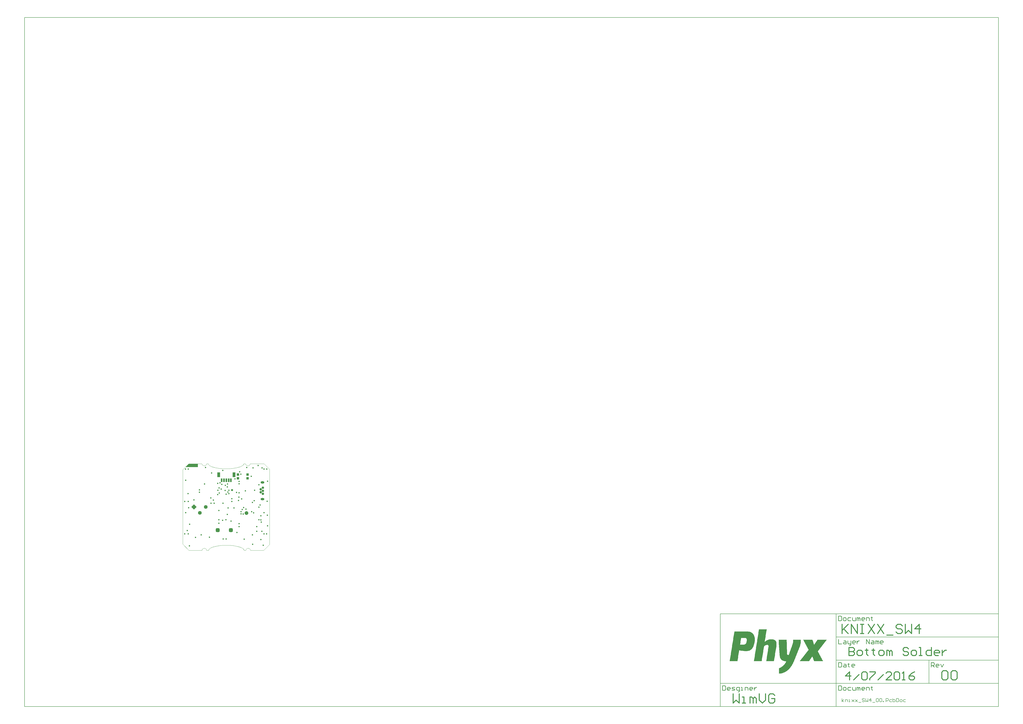
<source format=gbs>
G04 Layer_Color=16711935*
%FSLAX25Y25*%
%MOIN*%
G70*
G01*
G75*
%ADD10C,0.00787*%
%ADD11R,0.03937X0.04331*%
%ADD43C,0.01575*%
%ADD45C,0.00984*%
%ADD46C,0.00394*%
%ADD55C,0.02362*%
%ADD92O,0.06299X0.03740*%
%ADD93C,0.04095*%
%ADD94P,0.08908X4X180.0*%
%ADD95C,0.06299*%
G04:AMPARAMS|DCode=96|XSize=66.93mil|YSize=66.93mil|CornerRadius=17.72mil|HoleSize=0mil|Usage=FLASHONLY|Rotation=180.000|XOffset=0mil|YOffset=0mil|HoleType=Round|Shape=RoundedRectangle|*
%AMROUNDEDRECTD96*
21,1,0.06693,0.03150,0,0,180.0*
21,1,0.03150,0.06693,0,0,180.0*
1,1,0.03543,-0.01575,0.01575*
1,1,0.03543,0.01575,0.01575*
1,1,0.03543,0.01575,-0.01575*
1,1,0.03543,-0.01575,-0.01575*
%
%ADD96ROUNDEDRECTD96*%
%ADD97C,0.01772*%
%ADD98O,0.01772X0.01181*%
%ADD99C,0.01575*%
%ADD100C,0.03162*%
%ADD101R,0.02756X0.06496*%
%ADD102R,0.05118X0.08268*%
%ADD103C,0.03543*%
G36*
X-48228Y67913D02*
X-69635D01*
X-64009Y73540D01*
X-48228D01*
Y67913D01*
D02*
G37*
G36*
X975410Y-225449D02*
Y-225736D01*
Y-226022D01*
Y-226308D01*
Y-226595D01*
Y-226881D01*
Y-227167D01*
Y-227453D01*
Y-227740D01*
Y-228026D01*
Y-228312D01*
Y-228599D01*
Y-228885D01*
Y-229171D01*
Y-229458D01*
Y-229744D01*
Y-230030D01*
Y-230317D01*
Y-230603D01*
Y-230889D01*
Y-231176D01*
X975124D01*
Y-231462D01*
Y-231748D01*
Y-232034D01*
Y-232321D01*
Y-232607D01*
X974838D01*
Y-232893D01*
Y-233180D01*
Y-233466D01*
Y-233752D01*
X974551D01*
Y-234039D01*
Y-234325D01*
Y-234611D01*
Y-234898D01*
X974265D01*
Y-235184D01*
Y-235470D01*
Y-235757D01*
X973979D01*
Y-236043D01*
Y-236329D01*
Y-236615D01*
X973692D01*
Y-236902D01*
Y-237188D01*
Y-237474D01*
X973406D01*
Y-237761D01*
Y-238047D01*
Y-238333D01*
X973120D01*
Y-238620D01*
Y-238906D01*
X972834D01*
Y-239192D01*
Y-239479D01*
X972547D01*
Y-239765D01*
Y-240051D01*
Y-240338D01*
X972261D01*
Y-240624D01*
Y-240910D01*
X971975D01*
Y-241196D01*
Y-241483D01*
Y-241769D01*
X971688D01*
Y-242056D01*
Y-242342D01*
X971402D01*
Y-242628D01*
Y-242914D01*
Y-243201D01*
X971116D01*
Y-243487D01*
Y-243773D01*
X970829D01*
Y-244060D01*
Y-244346D01*
Y-244632D01*
X970543D01*
Y-244919D01*
Y-245205D01*
X970257D01*
Y-245491D01*
Y-245778D01*
Y-246064D01*
X969970D01*
Y-246350D01*
Y-246637D01*
X969684D01*
Y-246923D01*
Y-247209D01*
Y-247495D01*
X969398D01*
Y-247782D01*
Y-248068D01*
X969111D01*
Y-248354D01*
Y-248641D01*
Y-248927D01*
X968825D01*
Y-249213D01*
Y-249500D01*
X968539D01*
Y-249786D01*
Y-250072D01*
Y-250359D01*
X968252D01*
Y-250645D01*
Y-250931D01*
X967966D01*
Y-251218D01*
Y-251504D01*
Y-251790D01*
X967680D01*
Y-252076D01*
Y-252363D01*
X967393D01*
Y-252649D01*
Y-252935D01*
Y-253222D01*
X967107D01*
Y-253508D01*
Y-253794D01*
X966821D01*
Y-254081D01*
Y-254367D01*
Y-254653D01*
X966535D01*
Y-254940D01*
Y-255226D01*
X966248D01*
Y-255512D01*
Y-255799D01*
Y-256085D01*
X965962D01*
Y-256371D01*
Y-256657D01*
X965676D01*
Y-256944D01*
Y-257230D01*
Y-257516D01*
X965389D01*
Y-257803D01*
Y-258089D01*
X965103D01*
Y-258375D01*
Y-258662D01*
Y-258948D01*
X964817D01*
Y-259234D01*
Y-259521D01*
X964530D01*
Y-259807D01*
Y-260093D01*
Y-260380D01*
X964244D01*
Y-260666D01*
Y-260952D01*
X963958D01*
Y-261238D01*
Y-261525D01*
Y-261811D01*
X963671D01*
Y-262097D01*
Y-262384D01*
X963385D01*
Y-262670D01*
Y-262956D01*
X963099D01*
Y-263243D01*
Y-263529D01*
X962813D01*
Y-263815D01*
Y-264102D01*
Y-264388D01*
X962526D01*
Y-264674D01*
X962240D01*
Y-264961D01*
Y-265247D01*
Y-265533D01*
X961954D01*
Y-265819D01*
X961667D01*
Y-266106D01*
Y-266392D01*
X961381D01*
Y-266678D01*
Y-266965D01*
X961095D01*
Y-267251D01*
Y-267537D01*
X960808D01*
Y-267824D01*
Y-268110D01*
X960522D01*
Y-268396D01*
X960236D01*
Y-268683D01*
Y-268969D01*
X959949D01*
Y-269255D01*
Y-269542D01*
X959663D01*
Y-269828D01*
X959377D01*
Y-270114D01*
X959091D01*
Y-270400D01*
Y-270687D01*
X958804D01*
Y-270973D01*
X958518D01*
Y-271259D01*
Y-271546D01*
X958232D01*
Y-271832D01*
X957945D01*
Y-272118D01*
X957659D01*
Y-272405D01*
Y-272691D01*
X957373D01*
Y-272977D01*
X957086D01*
Y-273264D01*
X956800D01*
Y-273550D01*
X956514D01*
Y-273836D01*
X956227D01*
Y-274123D01*
Y-274409D01*
X955941D01*
Y-274695D01*
X955655D01*
Y-274981D01*
X955368D01*
Y-275268D01*
X955082D01*
Y-275554D01*
X954796D01*
Y-275840D01*
X954510D01*
Y-276127D01*
X954223D01*
Y-276413D01*
X953650D01*
Y-276699D01*
X953364D01*
Y-276986D01*
X953078D01*
Y-277272D01*
X952792D01*
Y-277558D01*
X952505D01*
Y-277845D01*
X951933D01*
Y-278131D01*
X951646D01*
Y-278417D01*
X951074D01*
Y-278703D01*
X950787D01*
Y-278990D01*
X950215D01*
Y-279276D01*
X949928D01*
Y-279562D01*
X949356D01*
Y-279849D01*
X948783D01*
Y-280135D01*
X948211D01*
Y-280421D01*
X947638D01*
Y-280708D01*
X947065D01*
Y-280994D01*
X946206D01*
Y-281280D01*
X945634D01*
Y-281567D01*
X944775D01*
Y-281853D01*
X943630D01*
Y-282139D01*
X942484D01*
Y-282426D01*
X940767D01*
Y-282712D01*
X938762D01*
Y-282998D01*
X938476D01*
Y-282712D01*
Y-282426D01*
Y-282139D01*
Y-281853D01*
Y-281567D01*
Y-281280D01*
Y-280994D01*
Y-280708D01*
Y-280421D01*
Y-280135D01*
Y-279849D01*
Y-279562D01*
Y-279276D01*
Y-278990D01*
Y-278703D01*
Y-278417D01*
Y-278131D01*
Y-277845D01*
Y-277558D01*
Y-277272D01*
Y-276986D01*
Y-276699D01*
Y-276413D01*
Y-276127D01*
Y-275840D01*
Y-275554D01*
Y-275268D01*
Y-274981D01*
Y-274695D01*
Y-274409D01*
Y-274123D01*
Y-273836D01*
Y-273550D01*
X939049D01*
Y-273264D01*
X939621D01*
Y-272977D01*
X940194D01*
Y-272691D01*
X940767D01*
Y-272405D01*
X941339D01*
Y-272118D01*
X941912D01*
Y-271832D01*
X942198D01*
Y-271546D01*
X942771D01*
Y-271259D01*
X943057D01*
Y-270973D01*
X943630D01*
Y-270687D01*
X943916D01*
Y-270400D01*
X944202D01*
Y-270114D01*
X944775D01*
Y-269828D01*
X945061D01*
Y-269542D01*
X945347D01*
Y-269255D01*
X945634D01*
Y-268969D01*
X945920D01*
Y-268683D01*
X946206D01*
Y-268396D01*
X946493D01*
Y-268110D01*
X946779D01*
Y-267824D01*
X947065D01*
Y-267537D01*
X947352D01*
Y-267251D01*
X947638D01*
Y-266965D01*
X947924D01*
Y-266678D01*
Y-266392D01*
X948211D01*
Y-266106D01*
X948497D01*
Y-265819D01*
X948783D01*
Y-265533D01*
Y-265247D01*
X949069D01*
Y-264961D01*
X949356D01*
Y-264674D01*
Y-264388D01*
X949642D01*
Y-264102D01*
Y-263815D01*
X949928D01*
Y-263529D01*
X950215D01*
Y-263243D01*
Y-262956D01*
X950501D01*
Y-262670D01*
Y-262384D01*
X950787D01*
Y-262097D01*
Y-261811D01*
X949069D01*
Y-261525D01*
X947065D01*
Y-261238D01*
X945920D01*
Y-260952D01*
X945347D01*
Y-260666D01*
X944489D01*
Y-260380D01*
X943916D01*
Y-260093D01*
X943630D01*
Y-259807D01*
X943057D01*
Y-259521D01*
X942771D01*
Y-259234D01*
X942484D01*
Y-258948D01*
X942198D01*
Y-258662D01*
X941912D01*
Y-258375D01*
X941625D01*
Y-258089D01*
Y-257803D01*
X941339D01*
Y-257516D01*
X941053D01*
Y-257230D01*
Y-256944D01*
X940767D01*
Y-256657D01*
Y-256371D01*
X940480D01*
Y-256085D01*
Y-255799D01*
X940194D01*
Y-255512D01*
Y-255226D01*
Y-254940D01*
X939907D01*
Y-254653D01*
Y-254367D01*
Y-254081D01*
Y-253794D01*
X939621D01*
Y-253508D01*
Y-253222D01*
Y-252935D01*
Y-252649D01*
Y-252363D01*
Y-252076D01*
Y-251790D01*
X939335D01*
Y-251504D01*
Y-251218D01*
Y-250931D01*
Y-250645D01*
Y-250359D01*
Y-250072D01*
Y-249786D01*
Y-249500D01*
Y-249213D01*
Y-248927D01*
Y-248641D01*
Y-248354D01*
Y-248068D01*
Y-247782D01*
Y-247495D01*
X939049D01*
Y-247209D01*
Y-246923D01*
Y-246637D01*
Y-246350D01*
Y-246064D01*
Y-245778D01*
Y-245491D01*
Y-245205D01*
Y-244919D01*
Y-244632D01*
Y-244346D01*
Y-244060D01*
Y-243773D01*
Y-243487D01*
Y-243201D01*
X938762D01*
Y-242914D01*
Y-242628D01*
Y-242342D01*
Y-242056D01*
Y-241769D01*
Y-241483D01*
Y-241196D01*
Y-240910D01*
Y-240624D01*
Y-240338D01*
Y-240051D01*
Y-239765D01*
Y-239479D01*
Y-239192D01*
Y-238906D01*
Y-238620D01*
X938476D01*
Y-238333D01*
Y-238047D01*
Y-237761D01*
Y-237474D01*
Y-237188D01*
Y-236902D01*
Y-236615D01*
Y-236329D01*
Y-236043D01*
Y-235757D01*
Y-235470D01*
Y-235184D01*
Y-234898D01*
Y-234611D01*
Y-234325D01*
Y-234039D01*
X938190D01*
Y-233752D01*
Y-233466D01*
Y-233180D01*
Y-232893D01*
Y-232607D01*
Y-232321D01*
Y-232034D01*
Y-231748D01*
Y-231462D01*
Y-231176D01*
Y-230889D01*
Y-230603D01*
Y-230317D01*
Y-230030D01*
X937903D01*
Y-229744D01*
Y-229458D01*
Y-229171D01*
Y-228885D01*
Y-228599D01*
Y-228312D01*
Y-228026D01*
Y-227740D01*
Y-227453D01*
Y-227167D01*
Y-226881D01*
Y-226595D01*
Y-226308D01*
Y-226022D01*
Y-225736D01*
Y-225449D01*
X937617D01*
Y-225163D01*
X951360D01*
Y-225449D01*
Y-225736D01*
Y-226022D01*
Y-226308D01*
Y-226595D01*
Y-226881D01*
Y-227167D01*
Y-227453D01*
Y-227740D01*
Y-228026D01*
Y-228312D01*
Y-228599D01*
Y-228885D01*
Y-229171D01*
X951646D01*
Y-229458D01*
Y-229744D01*
Y-230030D01*
Y-230317D01*
Y-230603D01*
Y-230889D01*
Y-231176D01*
Y-231462D01*
Y-231748D01*
Y-232034D01*
Y-232321D01*
Y-232607D01*
Y-232893D01*
Y-233180D01*
Y-233466D01*
Y-233752D01*
Y-234039D01*
Y-234325D01*
Y-234611D01*
Y-234898D01*
Y-235184D01*
Y-235470D01*
Y-235757D01*
Y-236043D01*
Y-236329D01*
Y-236615D01*
Y-236902D01*
Y-237188D01*
Y-237474D01*
Y-237761D01*
Y-238047D01*
Y-238333D01*
Y-238620D01*
Y-238906D01*
Y-239192D01*
Y-239479D01*
Y-239765D01*
Y-240051D01*
Y-240338D01*
Y-240624D01*
Y-240910D01*
X951933D01*
Y-241196D01*
X951646D01*
Y-241483D01*
Y-241769D01*
X951933D01*
Y-242056D01*
Y-242342D01*
Y-242628D01*
Y-242914D01*
Y-243201D01*
Y-243487D01*
Y-243773D01*
Y-244060D01*
Y-244346D01*
Y-244632D01*
Y-244919D01*
Y-245205D01*
Y-245491D01*
Y-245778D01*
Y-246064D01*
Y-246350D01*
Y-246637D01*
Y-246923D01*
Y-247209D01*
Y-247495D01*
Y-247782D01*
Y-248068D01*
Y-248354D01*
Y-248641D01*
Y-248927D01*
Y-249213D01*
X952219D01*
Y-249500D01*
Y-249786D01*
Y-250072D01*
X952505D01*
Y-250359D01*
X952792D01*
Y-250645D01*
X953078D01*
Y-250931D01*
X953937D01*
Y-251218D01*
X954796D01*
Y-250931D01*
X955082D01*
Y-250645D01*
Y-250359D01*
Y-250072D01*
X955368D01*
Y-249786D01*
Y-249500D01*
X955655D01*
Y-249213D01*
Y-248927D01*
Y-248641D01*
X955941D01*
Y-248354D01*
Y-248068D01*
Y-247782D01*
X956227D01*
Y-247495D01*
Y-247209D01*
Y-246923D01*
X956514D01*
Y-246637D01*
Y-246350D01*
Y-246064D01*
X956800D01*
Y-245778D01*
Y-245491D01*
X957086D01*
Y-245205D01*
Y-244919D01*
Y-244632D01*
X957373D01*
Y-244346D01*
Y-244060D01*
Y-243773D01*
X957659D01*
Y-243487D01*
Y-243201D01*
Y-242914D01*
X957945D01*
Y-242628D01*
Y-242342D01*
X958232D01*
Y-242056D01*
Y-241769D01*
Y-241483D01*
X958518D01*
Y-241196D01*
Y-240910D01*
Y-240624D01*
X958804D01*
Y-240338D01*
Y-240051D01*
Y-239765D01*
X959091D01*
Y-239479D01*
Y-239192D01*
X959377D01*
Y-238906D01*
Y-238620D01*
Y-238333D01*
X959663D01*
Y-238047D01*
Y-237761D01*
Y-237474D01*
X959949D01*
Y-237188D01*
Y-236902D01*
Y-236615D01*
X960236D01*
Y-236329D01*
Y-236043D01*
X960522D01*
Y-235757D01*
Y-235470D01*
Y-235184D01*
X960808D01*
Y-234898D01*
Y-234611D01*
Y-234325D01*
X961095D01*
Y-234039D01*
Y-233752D01*
Y-233466D01*
X961381D01*
Y-233180D01*
Y-232893D01*
Y-232607D01*
Y-232321D01*
X961667D01*
Y-232034D01*
Y-231748D01*
Y-231462D01*
Y-231176D01*
X961954D01*
Y-230889D01*
Y-230603D01*
Y-230317D01*
Y-230030D01*
Y-229744D01*
X962240D01*
Y-229458D01*
Y-229171D01*
Y-228885D01*
Y-228599D01*
Y-228312D01*
Y-228026D01*
X962526D01*
Y-227740D01*
Y-227453D01*
Y-227167D01*
Y-226881D01*
Y-226595D01*
Y-226308D01*
Y-226022D01*
Y-225736D01*
Y-225449D01*
Y-225163D01*
X975410D01*
Y-225449D01*
D02*
G37*
G36*
X917575Y-207984D02*
Y-208271D01*
X917289D01*
Y-208557D01*
Y-208843D01*
Y-209130D01*
Y-209416D01*
Y-209702D01*
Y-209988D01*
X917002D01*
Y-210275D01*
Y-210561D01*
Y-210847D01*
Y-211134D01*
Y-211420D01*
Y-211706D01*
X916716D01*
Y-211993D01*
Y-212279D01*
Y-212565D01*
Y-212852D01*
Y-213138D01*
Y-213424D01*
Y-213710D01*
X916430D01*
Y-213997D01*
Y-214283D01*
Y-214569D01*
Y-214856D01*
Y-215142D01*
Y-215428D01*
X916144D01*
Y-215715D01*
Y-216001D01*
Y-216287D01*
Y-216574D01*
Y-216860D01*
Y-217146D01*
X915857D01*
Y-217432D01*
Y-217719D01*
Y-218005D01*
Y-218291D01*
Y-218578D01*
Y-218864D01*
Y-219150D01*
X915571D01*
Y-219437D01*
Y-219723D01*
Y-220009D01*
Y-220296D01*
Y-220582D01*
Y-220868D01*
X915285D01*
Y-221155D01*
Y-221441D01*
Y-221727D01*
Y-222013D01*
Y-222300D01*
Y-222586D01*
X914998D01*
Y-222872D01*
Y-223159D01*
Y-223445D01*
Y-223731D01*
Y-224018D01*
Y-224304D01*
X914712D01*
Y-224590D01*
Y-224877D01*
Y-225163D01*
Y-225449D01*
Y-225736D01*
Y-226022D01*
Y-226308D01*
X914426D01*
Y-226595D01*
Y-226881D01*
Y-227167D01*
Y-227453D01*
Y-227740D01*
Y-228026D01*
X914139D01*
Y-228312D01*
Y-228599D01*
X914712D01*
Y-228312D01*
X914998D01*
Y-228026D01*
X915285D01*
Y-227740D01*
X915857D01*
Y-227453D01*
X916144D01*
Y-227167D01*
X916430D01*
Y-226881D01*
X917002D01*
Y-226595D01*
X917575D01*
Y-226308D01*
X917861D01*
Y-226022D01*
X918434D01*
Y-225736D01*
X919293D01*
Y-225449D01*
X919866D01*
Y-225163D01*
X920725D01*
Y-224877D01*
X922156D01*
Y-224590D01*
X928455D01*
Y-224877D01*
X929600D01*
Y-225163D01*
X930459D01*
Y-225449D01*
X931032D01*
Y-225736D01*
X931318D01*
Y-226022D01*
X931891D01*
Y-226308D01*
X932177D01*
Y-226595D01*
X932463D01*
Y-226881D01*
X932750D01*
Y-227167D01*
X933036D01*
Y-227453D01*
Y-227740D01*
X933322D01*
Y-228026D01*
Y-228312D01*
X933609D01*
Y-228599D01*
Y-228885D01*
Y-229171D01*
X933895D01*
Y-229458D01*
Y-229744D01*
Y-230030D01*
Y-230317D01*
X934181D01*
Y-230603D01*
Y-230889D01*
Y-231176D01*
Y-231462D01*
Y-231748D01*
Y-232034D01*
Y-232321D01*
Y-232607D01*
Y-232893D01*
Y-233180D01*
Y-233466D01*
Y-233752D01*
Y-234039D01*
Y-234325D01*
Y-234611D01*
Y-234898D01*
Y-235184D01*
Y-235470D01*
X933895D01*
Y-235757D01*
Y-236043D01*
Y-236329D01*
Y-236615D01*
Y-236902D01*
Y-237188D01*
Y-237474D01*
X933609D01*
Y-237761D01*
Y-238047D01*
Y-238333D01*
Y-238620D01*
Y-238906D01*
Y-239192D01*
Y-239479D01*
X933322D01*
Y-239765D01*
Y-240051D01*
Y-240338D01*
Y-240624D01*
Y-240910D01*
Y-241196D01*
X933036D01*
Y-241483D01*
Y-241769D01*
Y-242056D01*
Y-242342D01*
Y-242628D01*
Y-242914D01*
X932750D01*
Y-243201D01*
Y-243487D01*
Y-243773D01*
Y-244060D01*
Y-244346D01*
Y-244632D01*
X932463D01*
Y-244919D01*
Y-245205D01*
Y-245491D01*
Y-245778D01*
Y-246064D01*
Y-246350D01*
Y-246637D01*
X932177D01*
Y-246923D01*
Y-247209D01*
Y-247495D01*
Y-247782D01*
Y-248068D01*
Y-248354D01*
X931891D01*
Y-248641D01*
Y-248927D01*
Y-249213D01*
Y-249500D01*
Y-249786D01*
Y-250072D01*
X931604D01*
Y-250359D01*
Y-250645D01*
Y-250931D01*
Y-251218D01*
Y-251504D01*
Y-251790D01*
Y-252076D01*
X931318D01*
Y-252363D01*
Y-252649D01*
Y-252935D01*
Y-253222D01*
Y-253508D01*
Y-253794D01*
X931032D01*
Y-254081D01*
Y-254367D01*
Y-254653D01*
Y-254940D01*
Y-255226D01*
Y-255512D01*
X930746D01*
Y-255799D01*
Y-256085D01*
Y-256371D01*
Y-256657D01*
Y-256944D01*
Y-257230D01*
X930459D01*
Y-257516D01*
Y-257803D01*
Y-258089D01*
Y-258375D01*
Y-258662D01*
Y-258948D01*
Y-259234D01*
X930173D01*
Y-259521D01*
Y-259807D01*
Y-260093D01*
Y-260380D01*
Y-260666D01*
Y-260952D01*
X929887D01*
Y-261238D01*
Y-261525D01*
X916716D01*
Y-261238D01*
Y-260952D01*
X917002D01*
Y-260666D01*
Y-260380D01*
Y-260093D01*
Y-259807D01*
Y-259521D01*
Y-259234D01*
X917289D01*
Y-258948D01*
Y-258662D01*
Y-258375D01*
Y-258089D01*
Y-257803D01*
Y-257516D01*
Y-257230D01*
X917575D01*
Y-256944D01*
Y-256657D01*
Y-256371D01*
Y-256085D01*
Y-255799D01*
Y-255512D01*
X917861D01*
Y-255226D01*
Y-254940D01*
Y-254653D01*
Y-254367D01*
Y-254081D01*
Y-253794D01*
X918148D01*
Y-253508D01*
Y-253222D01*
Y-252935D01*
Y-252649D01*
Y-252363D01*
Y-252076D01*
Y-251790D01*
X918434D01*
Y-251504D01*
Y-251218D01*
Y-250931D01*
Y-250645D01*
Y-250359D01*
Y-250072D01*
X918720D01*
Y-249786D01*
Y-249500D01*
Y-249213D01*
Y-248927D01*
Y-248641D01*
Y-248354D01*
Y-248068D01*
X919007D01*
Y-247782D01*
Y-247495D01*
Y-247209D01*
Y-246923D01*
Y-246637D01*
Y-246350D01*
X919293D01*
Y-246064D01*
Y-245778D01*
Y-245491D01*
Y-245205D01*
Y-244919D01*
Y-244632D01*
X919579D01*
Y-244346D01*
Y-244060D01*
Y-243773D01*
Y-243487D01*
Y-243201D01*
Y-242914D01*
X919866D01*
Y-242628D01*
Y-242342D01*
Y-242056D01*
Y-241769D01*
Y-241483D01*
Y-241196D01*
Y-240910D01*
X920152D01*
Y-240624D01*
Y-240338D01*
Y-240051D01*
Y-239765D01*
Y-239479D01*
Y-239192D01*
X920438D01*
Y-238906D01*
Y-238620D01*
Y-238333D01*
Y-238047D01*
Y-237761D01*
Y-237474D01*
Y-237188D01*
X920725D01*
Y-236902D01*
Y-236615D01*
Y-236329D01*
Y-236043D01*
Y-235757D01*
Y-235470D01*
X920438D01*
Y-235184D01*
Y-234898D01*
X920152D01*
Y-234611D01*
X919866D01*
Y-234325D01*
X919293D01*
Y-234039D01*
X917575D01*
Y-234325D01*
X916144D01*
Y-234611D01*
X915285D01*
Y-234898D01*
X914712D01*
Y-235184D01*
X914426D01*
Y-235470D01*
X913853D01*
Y-235757D01*
X913567D01*
Y-236043D01*
X913280D01*
Y-236329D01*
Y-236615D01*
X912994D01*
Y-236902D01*
Y-237188D01*
Y-237474D01*
X912708D01*
Y-237761D01*
Y-238047D01*
Y-238333D01*
Y-238620D01*
Y-238906D01*
Y-239192D01*
X912422D01*
Y-239479D01*
Y-239765D01*
Y-240051D01*
Y-240338D01*
Y-240624D01*
Y-240910D01*
Y-241196D01*
X912135D01*
Y-241483D01*
Y-241769D01*
Y-242056D01*
Y-242342D01*
Y-242628D01*
Y-242914D01*
X911849D01*
Y-243201D01*
Y-243487D01*
Y-243773D01*
Y-244060D01*
Y-244346D01*
Y-244632D01*
X911563D01*
Y-244919D01*
Y-245205D01*
Y-245491D01*
Y-245778D01*
Y-246064D01*
Y-246350D01*
X911276D01*
Y-246637D01*
Y-246923D01*
Y-247209D01*
Y-247495D01*
Y-247782D01*
Y-248068D01*
Y-248354D01*
X910990D01*
Y-248641D01*
Y-248927D01*
Y-249213D01*
Y-249500D01*
Y-249786D01*
Y-250072D01*
X910704D01*
Y-250359D01*
Y-250645D01*
Y-250931D01*
Y-251218D01*
Y-251504D01*
Y-251790D01*
X910417D01*
Y-252076D01*
Y-252363D01*
Y-252649D01*
Y-252935D01*
Y-253222D01*
Y-253508D01*
Y-253794D01*
X910131D01*
Y-254081D01*
Y-254367D01*
Y-254653D01*
Y-254940D01*
Y-255226D01*
Y-255512D01*
X909845D01*
Y-255799D01*
Y-256085D01*
Y-256371D01*
Y-256657D01*
Y-256944D01*
Y-257230D01*
X909558D01*
Y-257516D01*
Y-257803D01*
Y-258089D01*
Y-258375D01*
Y-258662D01*
Y-258948D01*
X909272D01*
Y-259234D01*
Y-259521D01*
Y-259807D01*
Y-260093D01*
Y-260380D01*
Y-260666D01*
Y-260952D01*
X908986D01*
Y-261238D01*
Y-261525D01*
X895815D01*
Y-261238D01*
Y-260952D01*
X896102D01*
Y-260666D01*
Y-260380D01*
Y-260093D01*
Y-259807D01*
Y-259521D01*
Y-259234D01*
Y-258948D01*
X896388D01*
Y-258662D01*
Y-258375D01*
Y-258089D01*
Y-257803D01*
Y-257516D01*
Y-257230D01*
X896674D01*
Y-256944D01*
Y-256657D01*
Y-256371D01*
Y-256085D01*
Y-255799D01*
Y-255512D01*
X896961D01*
Y-255226D01*
Y-254940D01*
Y-254653D01*
Y-254367D01*
Y-254081D01*
Y-253794D01*
Y-253508D01*
X897247D01*
Y-253222D01*
Y-252935D01*
Y-252649D01*
Y-252363D01*
Y-252076D01*
Y-251790D01*
X897533D01*
Y-251504D01*
Y-251218D01*
Y-250931D01*
Y-250645D01*
Y-250359D01*
Y-250072D01*
X897820D01*
Y-249786D01*
Y-249500D01*
Y-249213D01*
Y-248927D01*
Y-248641D01*
Y-248354D01*
X898106D01*
Y-248068D01*
Y-247782D01*
Y-247495D01*
Y-247209D01*
Y-246923D01*
Y-246637D01*
Y-246350D01*
X898392D01*
Y-246064D01*
Y-245778D01*
Y-245491D01*
Y-245205D01*
Y-244919D01*
Y-244632D01*
X898678D01*
Y-244346D01*
Y-244060D01*
Y-243773D01*
Y-243487D01*
Y-243201D01*
Y-242914D01*
X898965D01*
Y-242628D01*
Y-242342D01*
Y-242056D01*
Y-241769D01*
Y-241483D01*
Y-241196D01*
Y-240910D01*
X899251D01*
Y-240624D01*
Y-240338D01*
Y-240051D01*
Y-239765D01*
Y-239479D01*
Y-239192D01*
X899537D01*
Y-238906D01*
Y-238620D01*
Y-238333D01*
Y-238047D01*
Y-237761D01*
Y-237474D01*
X899824D01*
Y-237188D01*
Y-236902D01*
Y-236615D01*
Y-236329D01*
Y-236043D01*
Y-235757D01*
X900110D01*
Y-235470D01*
Y-235184D01*
Y-234898D01*
Y-234611D01*
Y-234325D01*
Y-234039D01*
Y-233752D01*
X900396D01*
Y-233466D01*
Y-233180D01*
Y-232893D01*
Y-232607D01*
Y-232321D01*
Y-232034D01*
X900683D01*
Y-231748D01*
Y-231462D01*
Y-231176D01*
Y-230889D01*
Y-230603D01*
Y-230317D01*
X900969D01*
Y-230030D01*
Y-229744D01*
Y-229458D01*
Y-229171D01*
Y-228885D01*
Y-228599D01*
X901255D01*
Y-228312D01*
Y-228026D01*
Y-227740D01*
Y-227453D01*
Y-227167D01*
Y-226881D01*
Y-226595D01*
X901542D01*
Y-226308D01*
Y-226022D01*
Y-225736D01*
Y-225449D01*
Y-225163D01*
Y-224877D01*
X901828D01*
Y-224590D01*
Y-224304D01*
Y-224018D01*
Y-223731D01*
Y-223445D01*
Y-223159D01*
X902114D01*
Y-222872D01*
Y-222586D01*
Y-222300D01*
Y-222013D01*
Y-221727D01*
Y-221441D01*
Y-221155D01*
X902400D01*
Y-220868D01*
Y-220582D01*
Y-220296D01*
Y-220009D01*
Y-219723D01*
Y-219437D01*
X902687D01*
Y-219150D01*
Y-218864D01*
Y-218578D01*
Y-218291D01*
Y-218005D01*
Y-217719D01*
X902973D01*
Y-217432D01*
Y-217146D01*
Y-216860D01*
Y-216574D01*
Y-216287D01*
Y-216001D01*
X903259D01*
Y-215715D01*
Y-215428D01*
Y-215142D01*
Y-214856D01*
Y-214569D01*
Y-214283D01*
Y-213997D01*
X903546D01*
Y-213710D01*
Y-213424D01*
Y-213138D01*
Y-212852D01*
Y-212565D01*
Y-212279D01*
X903832D01*
Y-211993D01*
Y-211706D01*
Y-211420D01*
Y-211134D01*
Y-210847D01*
Y-210561D01*
X904118D01*
Y-210275D01*
Y-209988D01*
Y-209702D01*
Y-209416D01*
Y-209130D01*
Y-208843D01*
Y-208557D01*
X904405D01*
Y-208271D01*
Y-207984D01*
Y-207698D01*
X917575D01*
Y-207984D01*
D02*
G37*
G36*
X886367Y-211420D02*
X888085D01*
Y-211706D01*
X888944D01*
Y-211993D01*
X889803D01*
Y-212279D01*
X890662D01*
Y-212565D01*
X891234D01*
Y-212852D01*
X891521D01*
Y-213138D01*
X892093D01*
Y-213424D01*
X892380D01*
Y-213710D01*
X892952D01*
Y-213997D01*
X893239D01*
Y-214283D01*
X893525D01*
Y-214569D01*
X893811D01*
Y-214856D01*
X894098D01*
Y-215142D01*
X894384D01*
Y-215428D01*
X894670D01*
Y-215715D01*
Y-216001D01*
X894956D01*
Y-216287D01*
X895243D01*
Y-216574D01*
Y-216860D01*
X895529D01*
Y-217146D01*
X895815D01*
Y-217432D01*
Y-217719D01*
X896102D01*
Y-218005D01*
Y-218291D01*
Y-218578D01*
X896388D01*
Y-218864D01*
Y-219150D01*
Y-219437D01*
X896674D01*
Y-219723D01*
Y-220009D01*
Y-220296D01*
Y-220582D01*
X896961D01*
Y-220868D01*
Y-221155D01*
Y-221441D01*
Y-221727D01*
Y-222013D01*
X897247D01*
Y-222300D01*
Y-222586D01*
Y-222872D01*
Y-223159D01*
Y-223445D01*
Y-223731D01*
Y-224018D01*
Y-224304D01*
Y-224590D01*
Y-224877D01*
Y-225163D01*
Y-225449D01*
Y-225736D01*
Y-226022D01*
Y-226308D01*
Y-226595D01*
Y-226881D01*
Y-227167D01*
Y-227453D01*
Y-227740D01*
X896961D01*
Y-228026D01*
Y-228312D01*
Y-228599D01*
Y-228885D01*
Y-229171D01*
Y-229458D01*
Y-229744D01*
X896674D01*
Y-230030D01*
Y-230317D01*
Y-230603D01*
Y-230889D01*
Y-231176D01*
X896388D01*
Y-231462D01*
Y-231748D01*
Y-232034D01*
Y-232321D01*
Y-232607D01*
X896102D01*
Y-232893D01*
Y-233180D01*
Y-233466D01*
X895815D01*
Y-233752D01*
Y-234039D01*
Y-234325D01*
Y-234611D01*
X895529D01*
Y-234898D01*
Y-235184D01*
Y-235470D01*
X895243D01*
Y-235757D01*
Y-236043D01*
X894956D01*
Y-236329D01*
Y-236615D01*
Y-236902D01*
X894670D01*
Y-237188D01*
Y-237474D01*
X894384D01*
Y-237761D01*
Y-238047D01*
X894098D01*
Y-238333D01*
Y-238620D01*
X893811D01*
Y-238906D01*
X893525D01*
Y-239192D01*
Y-239479D01*
X893239D01*
Y-239765D01*
X892952D01*
Y-240051D01*
X892666D01*
Y-240338D01*
Y-240624D01*
X892380D01*
Y-240910D01*
X892093D01*
Y-241196D01*
X891807D01*
Y-241483D01*
X891521D01*
Y-241769D01*
X891234D01*
Y-242056D01*
X890662D01*
Y-242342D01*
X890375D01*
Y-242628D01*
X889803D01*
Y-242914D01*
X889517D01*
Y-243201D01*
X888944D01*
Y-243487D01*
X888085D01*
Y-243773D01*
X887226D01*
Y-244060D01*
X886367D01*
Y-244346D01*
X884649D01*
Y-244632D01*
X879496D01*
Y-244346D01*
X876919D01*
Y-244060D01*
X874914D01*
Y-243773D01*
X873483D01*
Y-243487D01*
X872051D01*
Y-243201D01*
X870620D01*
Y-243487D01*
Y-243773D01*
Y-244060D01*
Y-244346D01*
Y-244632D01*
Y-244919D01*
Y-245205D01*
X870333D01*
Y-245491D01*
Y-245778D01*
Y-246064D01*
Y-246350D01*
Y-246637D01*
Y-246923D01*
X870047D01*
Y-247209D01*
Y-247495D01*
Y-247782D01*
Y-248068D01*
Y-248354D01*
Y-248641D01*
X869761D01*
Y-248927D01*
Y-249213D01*
Y-249500D01*
Y-249786D01*
Y-250072D01*
Y-250359D01*
Y-250645D01*
X869475D01*
Y-250931D01*
Y-251218D01*
Y-251504D01*
Y-251790D01*
Y-252076D01*
Y-252363D01*
X869188D01*
Y-252649D01*
Y-252935D01*
Y-253222D01*
Y-253508D01*
Y-253794D01*
Y-254081D01*
X868902D01*
Y-254367D01*
Y-254653D01*
Y-254940D01*
Y-255226D01*
Y-255512D01*
Y-255799D01*
Y-256085D01*
X868616D01*
Y-256371D01*
Y-256657D01*
Y-256944D01*
Y-257230D01*
Y-257516D01*
Y-257803D01*
X868329D01*
Y-258089D01*
Y-258375D01*
Y-258662D01*
Y-258948D01*
Y-259234D01*
Y-259521D01*
X868043D01*
Y-259807D01*
Y-260093D01*
Y-260380D01*
Y-260666D01*
Y-260952D01*
Y-261238D01*
Y-261525D01*
X854586D01*
Y-261238D01*
X854873D01*
Y-260952D01*
Y-260666D01*
Y-260380D01*
Y-260093D01*
Y-259807D01*
X855159D01*
Y-259521D01*
Y-259234D01*
Y-258948D01*
Y-258662D01*
Y-258375D01*
Y-258089D01*
Y-257803D01*
X855445D01*
Y-257516D01*
Y-257230D01*
Y-256944D01*
Y-256657D01*
Y-256371D01*
Y-256085D01*
X855731D01*
Y-255799D01*
Y-255512D01*
Y-255226D01*
Y-254940D01*
Y-254653D01*
Y-254367D01*
X856018D01*
Y-254081D01*
Y-253794D01*
Y-253508D01*
Y-253222D01*
Y-252935D01*
Y-252649D01*
Y-252363D01*
X856304D01*
Y-252076D01*
Y-251790D01*
Y-251504D01*
Y-251218D01*
Y-250931D01*
Y-250645D01*
X856590D01*
Y-250359D01*
Y-250072D01*
Y-249786D01*
Y-249500D01*
Y-249213D01*
Y-248927D01*
X856877D01*
Y-248641D01*
Y-248354D01*
Y-248068D01*
Y-247782D01*
Y-247495D01*
Y-247209D01*
X857163D01*
Y-246923D01*
Y-246637D01*
Y-246350D01*
Y-246064D01*
Y-245778D01*
Y-245491D01*
Y-245205D01*
X857449D01*
Y-244919D01*
Y-244632D01*
Y-244346D01*
Y-244060D01*
Y-243773D01*
Y-243487D01*
X857736D01*
Y-243201D01*
Y-242914D01*
Y-242628D01*
Y-242342D01*
Y-242056D01*
Y-241769D01*
X858022D01*
Y-241483D01*
Y-241196D01*
Y-240910D01*
Y-240624D01*
Y-240338D01*
Y-240051D01*
X858308D01*
Y-239765D01*
Y-239479D01*
Y-239192D01*
Y-238906D01*
Y-238620D01*
Y-238333D01*
Y-238047D01*
X858595D01*
Y-237761D01*
Y-237474D01*
Y-237188D01*
Y-236902D01*
Y-236615D01*
Y-236329D01*
X858881D01*
Y-236043D01*
Y-235757D01*
Y-235470D01*
Y-235184D01*
Y-234898D01*
Y-234611D01*
X859167D01*
Y-234325D01*
Y-234039D01*
Y-233752D01*
Y-233466D01*
Y-233180D01*
Y-232893D01*
Y-232607D01*
X859454D01*
Y-232321D01*
Y-232034D01*
Y-231748D01*
Y-231462D01*
Y-231176D01*
Y-230889D01*
X859740D01*
Y-230603D01*
Y-230317D01*
Y-230030D01*
Y-229744D01*
Y-229458D01*
Y-229171D01*
X860026D01*
Y-228885D01*
Y-228599D01*
Y-228312D01*
Y-228026D01*
Y-227740D01*
Y-227453D01*
X860313D01*
Y-227167D01*
Y-226881D01*
Y-226595D01*
Y-226308D01*
Y-226022D01*
Y-225736D01*
Y-225449D01*
X860599D01*
Y-225163D01*
Y-224877D01*
Y-224590D01*
Y-224304D01*
Y-224018D01*
Y-223731D01*
X860885D01*
Y-223445D01*
Y-223159D01*
Y-222872D01*
Y-222586D01*
Y-222300D01*
Y-222013D01*
X861172D01*
Y-221727D01*
Y-221441D01*
Y-221155D01*
Y-220868D01*
Y-220582D01*
Y-220296D01*
Y-220009D01*
X861458D01*
Y-219723D01*
Y-219437D01*
Y-219150D01*
Y-218864D01*
Y-218578D01*
Y-218291D01*
X861744D01*
Y-218005D01*
Y-217719D01*
Y-217432D01*
Y-217146D01*
Y-216860D01*
Y-216574D01*
X862030D01*
Y-216287D01*
Y-216001D01*
Y-215715D01*
Y-215428D01*
Y-215142D01*
Y-214856D01*
Y-214569D01*
X862317D01*
Y-214283D01*
Y-213997D01*
Y-213710D01*
Y-213424D01*
Y-213138D01*
Y-212852D01*
X862603D01*
Y-212565D01*
Y-212279D01*
Y-211993D01*
Y-211706D01*
Y-211420D01*
Y-211134D01*
X886367D01*
Y-211420D01*
D02*
G37*
G36*
X1019503Y-225449D02*
X1019216D01*
Y-225736D01*
X1018930D01*
Y-226022D01*
Y-226308D01*
X1018643D01*
Y-226595D01*
X1018357D01*
Y-226881D01*
X1018071D01*
Y-227167D01*
Y-227453D01*
X1017785D01*
Y-227740D01*
X1017498D01*
Y-228026D01*
X1017212D01*
Y-228312D01*
X1016926D01*
Y-228599D01*
Y-228885D01*
X1016639D01*
Y-229171D01*
X1016353D01*
Y-229458D01*
X1016067D01*
Y-229744D01*
Y-230030D01*
X1015780D01*
Y-230317D01*
X1015494D01*
Y-230603D01*
X1015208D01*
Y-230889D01*
X1014921D01*
Y-231176D01*
Y-231462D01*
X1014635D01*
Y-231748D01*
X1014349D01*
Y-232034D01*
X1014062D01*
Y-232321D01*
Y-232607D01*
X1013776D01*
Y-232893D01*
X1013490D01*
Y-233180D01*
X1013204D01*
Y-233466D01*
Y-233752D01*
X1012917D01*
Y-234039D01*
X1012631D01*
Y-234325D01*
X1012345D01*
Y-234611D01*
X1012058D01*
Y-234898D01*
Y-235184D01*
X1011772D01*
Y-235470D01*
X1011486D01*
Y-235757D01*
X1011199D01*
Y-236043D01*
Y-236329D01*
X1010913D01*
Y-236615D01*
X1010627D01*
Y-236902D01*
X1010340D01*
Y-237188D01*
Y-237474D01*
X1010054D01*
Y-237761D01*
X1009768D01*
Y-238047D01*
X1009482D01*
Y-238333D01*
X1009195D01*
Y-238620D01*
Y-238906D01*
X1008909D01*
Y-239192D01*
X1008623D01*
Y-239479D01*
X1008336D01*
Y-239765D01*
Y-240051D01*
X1008050D01*
Y-240338D01*
X1007764D01*
Y-240624D01*
X1007477D01*
Y-240910D01*
Y-241196D01*
X1007191D01*
Y-241483D01*
X1006905D01*
Y-241769D01*
X1006618D01*
Y-242056D01*
X1006332D01*
Y-242342D01*
Y-242628D01*
X1006046D01*
Y-242914D01*
X1005760D01*
Y-243201D01*
X1005473D01*
Y-243487D01*
Y-243773D01*
X1005187D01*
Y-244060D01*
X1004900D01*
Y-244346D01*
X1004614D01*
Y-244632D01*
X1004328D01*
Y-244919D01*
Y-245205D01*
X1004614D01*
Y-245491D01*
Y-245778D01*
X1004900D01*
Y-246064D01*
Y-246350D01*
X1005187D01*
Y-246637D01*
X1005473D01*
Y-246923D01*
Y-247209D01*
X1005760D01*
Y-247495D01*
Y-247782D01*
X1006046D01*
Y-248068D01*
Y-248354D01*
X1006332D01*
Y-248641D01*
Y-248927D01*
X1006618D01*
Y-249213D01*
Y-249500D01*
X1006905D01*
Y-249786D01*
Y-250072D01*
X1007191D01*
Y-250359D01*
Y-250645D01*
X1007477D01*
Y-250931D01*
Y-251218D01*
X1007764D01*
Y-251504D01*
X1008050D01*
Y-251790D01*
Y-252076D01*
X1008336D01*
Y-252363D01*
Y-252649D01*
X1008623D01*
Y-252935D01*
Y-253222D01*
X1008909D01*
Y-253508D01*
Y-253794D01*
X1009195D01*
Y-254081D01*
Y-254367D01*
X1009482D01*
Y-254653D01*
Y-254940D01*
X1009768D01*
Y-255226D01*
Y-255512D01*
X1010054D01*
Y-255799D01*
X1010340D01*
Y-256085D01*
Y-256371D01*
X1010627D01*
Y-256657D01*
Y-256944D01*
X1010913D01*
Y-257230D01*
Y-257516D01*
X1011199D01*
Y-257803D01*
Y-258089D01*
X1011486D01*
Y-258375D01*
Y-258662D01*
X1011772D01*
Y-258948D01*
Y-259234D01*
X1012058D01*
Y-259521D01*
Y-259807D01*
X1012345D01*
Y-260093D01*
X1012631D01*
Y-260380D01*
Y-260666D01*
X1012917D01*
Y-260952D01*
Y-261238D01*
X1013204D01*
Y-261525D01*
X998029D01*
Y-261238D01*
X997743D01*
Y-260952D01*
Y-260666D01*
Y-260380D01*
X997456D01*
Y-260093D01*
Y-259807D01*
Y-259521D01*
X997170D01*
Y-259234D01*
Y-258948D01*
X996884D01*
Y-258662D01*
Y-258375D01*
Y-258089D01*
X996597D01*
Y-257803D01*
Y-257516D01*
Y-257230D01*
X996311D01*
Y-256944D01*
Y-256657D01*
X996025D01*
Y-256371D01*
Y-256085D01*
Y-255799D01*
X995739D01*
Y-255512D01*
Y-255226D01*
Y-254940D01*
X995452D01*
Y-254653D01*
Y-254367D01*
Y-254081D01*
X995166D01*
Y-253794D01*
X994593D01*
Y-254081D01*
Y-254367D01*
X994307D01*
Y-254653D01*
X994021D01*
Y-254940D01*
Y-255226D01*
X993734D01*
Y-255512D01*
X993448D01*
Y-255799D01*
Y-256085D01*
X993162D01*
Y-256371D01*
X992875D01*
Y-256657D01*
Y-256944D01*
X992589D01*
Y-257230D01*
X992303D01*
Y-257516D01*
X992017D01*
Y-257803D01*
Y-258089D01*
X991730D01*
Y-258375D01*
X991444D01*
Y-258662D01*
Y-258948D01*
X991158D01*
Y-259234D01*
X990871D01*
Y-259521D01*
Y-259807D01*
X990585D01*
Y-260093D01*
X990299D01*
Y-260380D01*
Y-260666D01*
X990012D01*
Y-260952D01*
X989726D01*
Y-261238D01*
Y-261525D01*
X973692D01*
Y-261238D01*
X973979D01*
Y-260952D01*
X974265D01*
Y-260666D01*
X974551D01*
Y-260380D01*
X974838D01*
Y-260093D01*
Y-259807D01*
X975124D01*
Y-259521D01*
X975410D01*
Y-259234D01*
X975697D01*
Y-258948D01*
X975983D01*
Y-258662D01*
Y-258375D01*
X976269D01*
Y-258089D01*
X976556D01*
Y-257803D01*
X976842D01*
Y-257516D01*
Y-257230D01*
X977128D01*
Y-256944D01*
X977415D01*
Y-256657D01*
X977701D01*
Y-256371D01*
X977987D01*
Y-256085D01*
Y-255799D01*
X978273D01*
Y-255512D01*
X978560D01*
Y-255226D01*
X978846D01*
Y-254940D01*
X979132D01*
Y-254653D01*
Y-254367D01*
X979419D01*
Y-254081D01*
X979705D01*
Y-253794D01*
X979991D01*
Y-253508D01*
Y-253222D01*
X980278D01*
Y-252935D01*
X980564D01*
Y-252649D01*
X980850D01*
Y-252363D01*
X981137D01*
Y-252076D01*
Y-251790D01*
X981423D01*
Y-251504D01*
X981709D01*
Y-251218D01*
X981995D01*
Y-250931D01*
Y-250645D01*
X982282D01*
Y-250359D01*
X982568D01*
Y-250072D01*
X982854D01*
Y-249786D01*
X983141D01*
Y-249500D01*
Y-249213D01*
X983427D01*
Y-248927D01*
X983713D01*
Y-248641D01*
X984000D01*
Y-248354D01*
Y-248068D01*
X984286D01*
Y-247782D01*
X984572D01*
Y-247495D01*
X984859D01*
Y-247209D01*
X985145D01*
Y-246923D01*
Y-246637D01*
X985431D01*
Y-246350D01*
X985718D01*
Y-246064D01*
X986004D01*
Y-245778D01*
X986290D01*
Y-245491D01*
Y-245205D01*
X986576D01*
Y-244919D01*
X986863D01*
Y-244632D01*
X987149D01*
Y-244346D01*
Y-244060D01*
X987435D01*
Y-243773D01*
X987722D01*
Y-243487D01*
X988008D01*
Y-243201D01*
X988294D01*
Y-242914D01*
Y-242628D01*
X988581D01*
Y-242342D01*
Y-242056D01*
Y-241769D01*
X988294D01*
Y-241483D01*
X988008D01*
Y-241196D01*
Y-240910D01*
X987722D01*
Y-240624D01*
Y-240338D01*
X987435D01*
Y-240051D01*
Y-239765D01*
X987149D01*
Y-239479D01*
Y-239192D01*
X986863D01*
Y-238906D01*
Y-238620D01*
X986576D01*
Y-238333D01*
Y-238047D01*
X986290D01*
Y-237761D01*
X986004D01*
Y-237474D01*
Y-237188D01*
X985718D01*
Y-236902D01*
Y-236615D01*
X985431D01*
Y-236329D01*
Y-236043D01*
X985145D01*
Y-235757D01*
Y-235470D01*
X984859D01*
Y-235184D01*
Y-234898D01*
X984572D01*
Y-234611D01*
Y-234325D01*
X984286D01*
Y-234039D01*
X984000D01*
Y-233752D01*
Y-233466D01*
X983713D01*
Y-233180D01*
Y-232893D01*
X983427D01*
Y-232607D01*
Y-232321D01*
X983141D01*
Y-232034D01*
Y-231748D01*
X982854D01*
Y-231462D01*
Y-231176D01*
X982568D01*
Y-230889D01*
Y-230603D01*
X982282D01*
Y-230317D01*
Y-230030D01*
X981995D01*
Y-229744D01*
X981709D01*
Y-229458D01*
Y-229171D01*
X981423D01*
Y-228885D01*
Y-228599D01*
X981137D01*
Y-228312D01*
Y-228026D01*
X980850D01*
Y-227740D01*
Y-227453D01*
X980564D01*
Y-227167D01*
Y-226881D01*
X980278D01*
Y-226595D01*
Y-226308D01*
X979991D01*
Y-226022D01*
X979705D01*
Y-225736D01*
Y-225449D01*
X979419D01*
Y-225163D01*
X995166D01*
Y-225449D01*
X995452D01*
Y-225736D01*
Y-226022D01*
Y-226308D01*
X995739D01*
Y-226595D01*
Y-226881D01*
Y-227167D01*
X996025D01*
Y-227453D01*
Y-227740D01*
Y-228026D01*
X996311D01*
Y-228312D01*
Y-228599D01*
Y-228885D01*
X996597D01*
Y-229171D01*
Y-229458D01*
Y-229744D01*
X996884D01*
Y-230030D01*
Y-230317D01*
Y-230603D01*
X997170D01*
Y-230889D01*
Y-231176D01*
Y-231462D01*
X997456D01*
Y-231748D01*
Y-232034D01*
Y-232321D01*
X997743D01*
Y-232607D01*
Y-232893D01*
Y-233180D01*
Y-233466D01*
X998315D01*
Y-233180D01*
X998602D01*
Y-232893D01*
X998888D01*
Y-232607D01*
Y-232321D01*
X999174D01*
Y-232034D01*
X999461D01*
Y-231748D01*
Y-231462D01*
X999747D01*
Y-231176D01*
X1000033D01*
Y-230889D01*
Y-230603D01*
X1000319D01*
Y-230317D01*
X1000606D01*
Y-230030D01*
Y-229744D01*
X1000892D01*
Y-229458D01*
X1001178D01*
Y-229171D01*
Y-228885D01*
X1001465D01*
Y-228599D01*
X1001751D01*
Y-228312D01*
Y-228026D01*
X1002037D01*
Y-227740D01*
X1002324D01*
Y-227453D01*
Y-227167D01*
X1002610D01*
Y-226881D01*
X1002896D01*
Y-226595D01*
Y-226308D01*
X1003183D01*
Y-226022D01*
X1003469D01*
Y-225736D01*
Y-225449D01*
X1003755D01*
Y-225163D01*
X1019503D01*
Y-225449D01*
D02*
G37*
%LPC*%
G36*
X882072Y-222300D02*
X874056D01*
Y-222586D01*
Y-222872D01*
Y-223159D01*
Y-223445D01*
Y-223731D01*
X873769D01*
Y-224018D01*
Y-224304D01*
Y-224590D01*
Y-224877D01*
Y-225163D01*
Y-225449D01*
X873483D01*
Y-225736D01*
Y-226022D01*
Y-226308D01*
Y-226595D01*
Y-226881D01*
Y-227167D01*
X873197D01*
Y-227453D01*
Y-227740D01*
Y-228026D01*
Y-228312D01*
Y-228599D01*
Y-228885D01*
X872910D01*
Y-229171D01*
Y-229458D01*
Y-229744D01*
Y-230030D01*
Y-230317D01*
Y-230603D01*
Y-230889D01*
X872624D01*
Y-231176D01*
Y-231462D01*
Y-231748D01*
Y-232034D01*
Y-232321D01*
Y-232607D01*
X872338D01*
Y-232893D01*
Y-233180D01*
Y-233466D01*
X879496D01*
Y-233180D01*
X880641D01*
Y-232893D01*
X881213D01*
Y-232607D01*
X881500D01*
Y-232321D01*
X881786D01*
Y-232034D01*
X882072D01*
Y-231748D01*
X882359D01*
Y-231462D01*
Y-231176D01*
X882645D01*
Y-230889D01*
Y-230603D01*
X882931D01*
Y-230317D01*
Y-230030D01*
X883218D01*
Y-229744D01*
Y-229458D01*
Y-229171D01*
Y-228885D01*
X883504D01*
Y-228599D01*
Y-228312D01*
Y-228026D01*
Y-227740D01*
Y-227453D01*
X883790D01*
Y-227167D01*
Y-226881D01*
Y-226595D01*
Y-226308D01*
Y-226022D01*
Y-225736D01*
Y-225449D01*
Y-225163D01*
Y-224877D01*
Y-224590D01*
Y-224304D01*
X883504D01*
Y-224018D01*
Y-223731D01*
X883218D01*
Y-223445D01*
Y-223159D01*
X882931D01*
Y-222872D01*
X882645D01*
Y-222586D01*
X882072D01*
Y-222300D01*
D02*
G37*
%LPD*%
D10*
X-342520Y-338583D02*
X1311024D01*
X-342520D02*
Y830709D01*
X1311024Y-338583D02*
Y830709D01*
X-342520D02*
X1311024D01*
X1035433Y-338583D02*
Y-181102D01*
X838583Y-338583D02*
Y-181102D01*
X1311024D01*
X838583Y-299213D02*
X1311024D01*
X1035433Y-259842D02*
X1311024D01*
X1035433Y-220473D02*
X1311024D01*
X1192913Y-299213D02*
Y-259842D01*
X1045276Y-330709D02*
Y-324805D01*
Y-328741D02*
X1048227Y-326773D01*
X1045276Y-328741D02*
X1048227Y-330709D01*
X1051179D02*
Y-326773D01*
X1054131D01*
X1055115Y-327757D01*
Y-330709D01*
X1057083D02*
X1059051D01*
X1058067D01*
Y-326773D01*
X1057083D01*
X1062002D02*
X1065938Y-330709D01*
X1063970Y-328741D01*
X1065938Y-326773D01*
X1062002Y-330709D01*
X1067906Y-326773D02*
X1071842Y-330709D01*
X1069874Y-328741D01*
X1071842Y-326773D01*
X1067906Y-330709D01*
X1073810Y-331693D02*
X1077745D01*
X1083649Y-325789D02*
X1082665Y-324805D01*
X1080697D01*
X1079713Y-325789D01*
Y-326773D01*
X1080697Y-327757D01*
X1082665D01*
X1083649Y-328741D01*
Y-329725D01*
X1082665Y-330709D01*
X1080697D01*
X1079713Y-329725D01*
X1085617Y-324805D02*
Y-330709D01*
X1087585Y-328741D01*
X1089553Y-330709D01*
Y-324805D01*
X1094472Y-330709D02*
Y-324805D01*
X1091521Y-327757D01*
X1095456D01*
X1097424Y-331693D02*
X1101360D01*
X1103328Y-325789D02*
X1104312Y-324805D01*
X1106279D01*
X1107263Y-325789D01*
Y-329725D01*
X1106279Y-330709D01*
X1104312D01*
X1103328Y-329725D01*
Y-325789D01*
X1109231D02*
X1110215Y-324805D01*
X1112183D01*
X1113167Y-325789D01*
Y-329725D01*
X1112183Y-330709D01*
X1110215D01*
X1109231Y-329725D01*
Y-325789D01*
X1115135Y-330709D02*
Y-329725D01*
X1116119D01*
Y-330709D01*
X1115135D01*
X1120055D02*
Y-324805D01*
X1123006D01*
X1123990Y-325789D01*
Y-327757D01*
X1123006Y-328741D01*
X1120055D01*
X1129894Y-326773D02*
X1126942D01*
X1125958Y-327757D01*
Y-329725D01*
X1126942Y-330709D01*
X1129894D01*
X1131862Y-324805D02*
Y-330709D01*
X1134813D01*
X1135798Y-329725D01*
Y-328741D01*
Y-327757D01*
X1134813Y-326773D01*
X1131862D01*
X1137765Y-324805D02*
Y-330709D01*
X1140717D01*
X1141701Y-329725D01*
Y-325789D01*
X1140717Y-324805D01*
X1137765D01*
X1144653Y-330709D02*
X1146621D01*
X1147605Y-329725D01*
Y-327757D01*
X1146621Y-326773D01*
X1144653D01*
X1143669Y-327757D01*
Y-329725D01*
X1144653Y-330709D01*
X1153508Y-326773D02*
X1150556D01*
X1149572Y-327757D01*
Y-329725D01*
X1150556Y-330709D01*
X1153508D01*
D11*
X19882Y48819D02*
D03*
X36024D02*
D03*
Y55118D02*
D03*
X19882D02*
D03*
D43*
X1057087Y-238193D02*
Y-251969D01*
X1063974D01*
X1066270Y-249673D01*
Y-247377D01*
X1063974Y-245081D01*
X1057087D01*
X1063974D01*
X1066270Y-242785D01*
Y-240489D01*
X1063974Y-238193D01*
X1057087D01*
X1073158Y-251969D02*
X1077749D01*
X1080045Y-249673D01*
Y-245081D01*
X1077749Y-242785D01*
X1073158D01*
X1070862Y-245081D01*
Y-249673D01*
X1073158Y-251969D01*
X1086933Y-240489D02*
Y-242785D01*
X1084637D01*
X1089229D01*
X1086933D01*
Y-249673D01*
X1089229Y-251969D01*
X1098412Y-240489D02*
Y-242785D01*
X1096116D01*
X1100708D01*
X1098412D01*
Y-249673D01*
X1100708Y-251969D01*
X1109891D02*
X1114483D01*
X1116779Y-249673D01*
Y-245081D01*
X1114483Y-242785D01*
X1109891D01*
X1107595Y-245081D01*
Y-249673D01*
X1109891Y-251969D01*
X1121370D02*
Y-242785D01*
X1123666D01*
X1125962Y-245081D01*
Y-251969D01*
Y-245081D01*
X1128258Y-242785D01*
X1130554Y-245081D01*
Y-251969D01*
X1158104Y-240489D02*
X1155808Y-238193D01*
X1151216D01*
X1148921Y-240489D01*
Y-242785D01*
X1151216Y-245081D01*
X1155808D01*
X1158104Y-247377D01*
Y-249673D01*
X1155808Y-251969D01*
X1151216D01*
X1148921Y-249673D01*
X1164991Y-251969D02*
X1169583D01*
X1171879Y-249673D01*
Y-245081D01*
X1169583Y-242785D01*
X1164991D01*
X1162696Y-245081D01*
Y-249673D01*
X1164991Y-251969D01*
X1176471D02*
X1181062D01*
X1178767D01*
Y-238193D01*
X1176471D01*
X1197133D02*
Y-251969D01*
X1190246D01*
X1187950Y-249673D01*
Y-245081D01*
X1190246Y-242785D01*
X1197133D01*
X1208613Y-251969D02*
X1204021D01*
X1201725Y-249673D01*
Y-245081D01*
X1204021Y-242785D01*
X1208613D01*
X1210908Y-245081D01*
Y-247377D01*
X1201725D01*
X1215500Y-242785D02*
Y-251969D01*
Y-247377D01*
X1217796Y-245081D01*
X1220092Y-242785D01*
X1222388D01*
X1045276Y-198824D02*
Y-214567D01*
Y-209319D01*
X1055771Y-198824D01*
X1047899Y-206696D01*
X1055771Y-214567D01*
X1061018D02*
Y-198824D01*
X1071514Y-214567D01*
Y-198824D01*
X1076762D02*
X1082009D01*
X1079385D01*
Y-214567D01*
X1076762D01*
X1082009D01*
X1089881Y-198824D02*
X1100376Y-214567D01*
Y-198824D02*
X1089881Y-214567D01*
X1105624Y-198824D02*
X1116119Y-214567D01*
Y-198824D02*
X1105624Y-214567D01*
X1121367Y-217191D02*
X1131862D01*
X1147605Y-201448D02*
X1144981Y-198824D01*
X1139733D01*
X1137109Y-201448D01*
Y-204072D01*
X1139733Y-206696D01*
X1144981D01*
X1147605Y-209319D01*
Y-211943D01*
X1144981Y-214567D01*
X1139733D01*
X1137109Y-211943D01*
X1152852Y-198824D02*
Y-214567D01*
X1158100Y-209319D01*
X1163348Y-214567D01*
Y-198824D01*
X1176467Y-214567D02*
Y-198824D01*
X1168595Y-206696D01*
X1179091D01*
X1058069Y-293307D02*
Y-279532D01*
X1051181Y-286420D01*
X1060365D01*
X1064956Y-293307D02*
X1074140Y-284124D01*
X1078731Y-281828D02*
X1081027Y-279532D01*
X1085619D01*
X1087915Y-281828D01*
Y-291011D01*
X1085619Y-293307D01*
X1081027D01*
X1078731Y-291011D01*
Y-281828D01*
X1092506Y-279532D02*
X1101690D01*
Y-281828D01*
X1092506Y-291011D01*
Y-293307D01*
X1106281D02*
X1115465Y-284124D01*
X1129240Y-293307D02*
X1120057D01*
X1129240Y-284124D01*
Y-281828D01*
X1126944Y-279532D01*
X1122352D01*
X1120057Y-281828D01*
X1133832D02*
X1136127Y-279532D01*
X1140719D01*
X1143015Y-281828D01*
Y-291011D01*
X1140719Y-293307D01*
X1136127D01*
X1133832Y-291011D01*
Y-281828D01*
X1147607Y-293307D02*
X1152198D01*
X1149903D01*
Y-279532D01*
X1147607Y-281828D01*
X1168269Y-279532D02*
X1163678Y-281828D01*
X1159086Y-286420D01*
Y-291011D01*
X1161382Y-293307D01*
X1165973D01*
X1168269Y-291011D01*
Y-288715D01*
X1165973Y-286420D01*
X1159086D01*
X1214567Y-280188D02*
X1217191Y-277564D01*
X1222438D01*
X1225062Y-280188D01*
Y-290683D01*
X1222438Y-293307D01*
X1217191D01*
X1214567Y-290683D01*
Y-280188D01*
X1230310D02*
X1232934Y-277564D01*
X1238181D01*
X1240805Y-280188D01*
Y-290683D01*
X1238181Y-293307D01*
X1232934D01*
X1230310Y-290683D01*
Y-280188D01*
X860236Y-316934D02*
Y-332677D01*
X865484Y-327430D01*
X870732Y-332677D01*
Y-316934D01*
X875979Y-332677D02*
X881227D01*
X878603D01*
Y-322182D01*
X875979D01*
X889098Y-332677D02*
Y-322182D01*
X891722D01*
X894346Y-324806D01*
Y-332677D01*
Y-324806D01*
X896970Y-322182D01*
X899594Y-324806D01*
Y-332677D01*
X904841Y-316934D02*
Y-327430D01*
X910089Y-332677D01*
X915337Y-327430D01*
Y-316934D01*
X931079Y-319558D02*
X928456Y-316934D01*
X923208D01*
X920584Y-319558D01*
Y-330053D01*
X923208Y-332677D01*
X928456D01*
X931079Y-330053D01*
Y-324806D01*
X925832D01*
D45*
X1039370Y-303152D02*
Y-311024D01*
X1043306D01*
X1044618Y-309712D01*
Y-304464D01*
X1043306Y-303152D01*
X1039370D01*
X1048553Y-311024D02*
X1051177D01*
X1052489Y-309712D01*
Y-307088D01*
X1051177Y-305776D01*
X1048553D01*
X1047242Y-307088D01*
Y-309712D01*
X1048553Y-311024D01*
X1060361Y-305776D02*
X1056425D01*
X1055113Y-307088D01*
Y-309712D01*
X1056425Y-311024D01*
X1060361D01*
X1062984Y-305776D02*
Y-309712D01*
X1064296Y-311024D01*
X1068232D01*
Y-305776D01*
X1070856Y-311024D02*
Y-305776D01*
X1072168D01*
X1073480Y-307088D01*
Y-311024D01*
Y-307088D01*
X1074792Y-305776D01*
X1076104Y-307088D01*
Y-311024D01*
X1082663D02*
X1080039D01*
X1078728Y-309712D01*
Y-307088D01*
X1080039Y-305776D01*
X1082663D01*
X1083975Y-307088D01*
Y-308400D01*
X1078728D01*
X1086599Y-311024D02*
Y-305776D01*
X1090535D01*
X1091847Y-307088D01*
Y-311024D01*
X1095782Y-304464D02*
Y-305776D01*
X1094470D01*
X1097094D01*
X1095782D01*
Y-309712D01*
X1097094Y-311024D01*
X1039370Y-263782D02*
Y-271654D01*
X1043306D01*
X1044618Y-270342D01*
Y-265094D01*
X1043306Y-263782D01*
X1039370D01*
X1048553Y-266406D02*
X1051177D01*
X1052489Y-267718D01*
Y-271654D01*
X1048553D01*
X1047242Y-270342D01*
X1048553Y-269030D01*
X1052489D01*
X1056425Y-265094D02*
Y-266406D01*
X1055113D01*
X1057737D01*
X1056425D01*
Y-270342D01*
X1057737Y-271654D01*
X1065608D02*
X1062984D01*
X1061673Y-270342D01*
Y-267718D01*
X1062984Y-266406D01*
X1065608D01*
X1066920Y-267718D01*
Y-269030D01*
X1061673D01*
X1039370Y-224412D02*
Y-232283D01*
X1044618D01*
X1048553Y-227036D02*
X1051177D01*
X1052489Y-228348D01*
Y-232283D01*
X1048553D01*
X1047242Y-230972D01*
X1048553Y-229660D01*
X1052489D01*
X1055113Y-227036D02*
Y-230972D01*
X1056425Y-232283D01*
X1060361D01*
Y-233595D01*
X1059049Y-234907D01*
X1057737D01*
X1060361Y-232283D02*
Y-227036D01*
X1066920Y-232283D02*
X1064296D01*
X1062984Y-230972D01*
Y-228348D01*
X1064296Y-227036D01*
X1066920D01*
X1068232Y-228348D01*
Y-229660D01*
X1062984D01*
X1070856Y-227036D02*
Y-232283D01*
Y-229660D01*
X1072168Y-228348D01*
X1073480Y-227036D01*
X1074792D01*
X1086599Y-232283D02*
Y-224412D01*
X1091847Y-232283D01*
Y-224412D01*
X1095782Y-227036D02*
X1098406D01*
X1099718Y-228348D01*
Y-232283D01*
X1095782D01*
X1094470Y-230972D01*
X1095782Y-229660D01*
X1099718D01*
X1102342Y-232283D02*
Y-227036D01*
X1103654D01*
X1104966Y-228348D01*
Y-232283D01*
Y-228348D01*
X1106278Y-227036D01*
X1107590Y-228348D01*
Y-232283D01*
X1114149D02*
X1111525D01*
X1110213Y-230972D01*
Y-228348D01*
X1111525Y-227036D01*
X1114149D01*
X1115461Y-228348D01*
Y-229660D01*
X1110213D01*
X1039370Y-185042D02*
Y-192913D01*
X1043306D01*
X1044618Y-191602D01*
Y-186354D01*
X1043306Y-185042D01*
X1039370D01*
X1048553Y-192913D02*
X1051177D01*
X1052489Y-191602D01*
Y-188978D01*
X1051177Y-187666D01*
X1048553D01*
X1047242Y-188978D01*
Y-191602D01*
X1048553Y-192913D01*
X1060361Y-187666D02*
X1056425D01*
X1055113Y-188978D01*
Y-191602D01*
X1056425Y-192913D01*
X1060361D01*
X1062984Y-187666D02*
Y-191602D01*
X1064296Y-192913D01*
X1068232D01*
Y-187666D01*
X1070856Y-192913D02*
Y-187666D01*
X1072168D01*
X1073480Y-188978D01*
Y-192913D01*
Y-188978D01*
X1074792Y-187666D01*
X1076104Y-188978D01*
Y-192913D01*
X1082663D02*
X1080039D01*
X1078728Y-191602D01*
Y-188978D01*
X1080039Y-187666D01*
X1082663D01*
X1083975Y-188978D01*
Y-190290D01*
X1078728D01*
X1086599Y-192913D02*
Y-187666D01*
X1090535D01*
X1091847Y-188978D01*
Y-192913D01*
X1095782Y-186354D02*
Y-187666D01*
X1094470D01*
X1097094D01*
X1095782D01*
Y-191602D01*
X1097094Y-192913D01*
X842520Y-303152D02*
Y-311024D01*
X846455D01*
X847767Y-309712D01*
Y-304464D01*
X846455Y-303152D01*
X842520D01*
X854327Y-311024D02*
X851703D01*
X850391Y-309712D01*
Y-307088D01*
X851703Y-305776D01*
X854327D01*
X855639Y-307088D01*
Y-308400D01*
X850391D01*
X858263Y-311024D02*
X862198D01*
X863510Y-309712D01*
X862198Y-308400D01*
X859575D01*
X858263Y-307088D01*
X859575Y-305776D01*
X863510D01*
X868758Y-313648D02*
X870070D01*
X871382Y-312336D01*
Y-305776D01*
X867446D01*
X866134Y-307088D01*
Y-309712D01*
X867446Y-311024D01*
X871382D01*
X874006D02*
X876629D01*
X875317D01*
Y-305776D01*
X874006D01*
X880565Y-311024D02*
Y-305776D01*
X884501D01*
X885813Y-307088D01*
Y-311024D01*
X892372D02*
X889749D01*
X888437Y-309712D01*
Y-307088D01*
X889749Y-305776D01*
X892372D01*
X893684Y-307088D01*
Y-308400D01*
X888437D01*
X896308Y-305776D02*
Y-311024D01*
Y-308400D01*
X897620Y-307088D01*
X898932Y-305776D01*
X900244D01*
X1196850Y-271654D02*
Y-263782D01*
X1200786D01*
X1202098Y-265094D01*
Y-267718D01*
X1200786Y-269030D01*
X1196850D01*
X1199474D02*
X1202098Y-271654D01*
X1208658D02*
X1206034D01*
X1204722Y-270342D01*
Y-267718D01*
X1206034Y-266406D01*
X1208658D01*
X1209970Y-267718D01*
Y-269030D01*
X1204722D01*
X1212593Y-266406D02*
X1215217Y-271654D01*
X1217841Y-266406D01*
D46*
X29367Y73260D02*
Y73540D01*
X32491D01*
X29975Y-73177D02*
X29991Y-73461D01*
X29847Y-72611D02*
X29975Y-73177D01*
X29590Y-72048D02*
X29847Y-72611D01*
X29207Y-71492D02*
X29590Y-72048D01*
X28699Y-70944D02*
X29207Y-71492D01*
X28068Y-70407D02*
X28699Y-70944D01*
X27317Y-69882D02*
X28068Y-70407D01*
X26449Y-69374D02*
X27317Y-69882D01*
X25467Y-68882D02*
X26449Y-69374D01*
X24376Y-68411D02*
X25467Y-68882D01*
X23181Y-67961D02*
X24376Y-68411D01*
X21887Y-67534D02*
X23181Y-67961D01*
X20499Y-67133D02*
X21887Y-67534D01*
X19023Y-66759D02*
X20499Y-67133D01*
X17465Y-66413D02*
X19023Y-66759D01*
X15833Y-66098D02*
X17465Y-66413D01*
X14133Y-65814D02*
X15833Y-66098D01*
X12372Y-65563D02*
X14133Y-65814D01*
X10559Y-65346D02*
X12372Y-65563D01*
X8699Y-65164D02*
X10559Y-65346D01*
X6803Y-65017D02*
X8699Y-65164D01*
X4878Y-64907D02*
X6803Y-65017D01*
X2931Y-64832D02*
X4878Y-64907D01*
X972Y-64795D02*
X2931Y-64832D01*
X-991Y-64795D02*
X972D01*
X-2950Y-64832D02*
X-991Y-64795D01*
X-4896Y-64907D02*
X-2950Y-64832D01*
X-6821Y-65017D02*
X-4896Y-64907D01*
X-8718Y-65164D02*
X-6821Y-65017D01*
X-10577Y-65346D02*
X-8718Y-65164D01*
X-12390Y-65563D02*
X-10577Y-65346D01*
X-14151Y-65814D02*
X-12390Y-65563D01*
X-15851Y-66098D02*
X-14151Y-65814D01*
X-17483Y-66413D02*
X-15851Y-66098D01*
X-19041Y-66759D02*
X-17483Y-66413D01*
X-20517Y-67133D02*
X-19041Y-66759D01*
X-21905Y-67534D02*
X-20517Y-67133D01*
X-23199Y-67961D02*
X-21905Y-67534D01*
X-24395Y-68411D02*
X-23199Y-67961D01*
X-25485Y-68882D02*
X-24395Y-68411D01*
X-26467Y-69374D02*
X-25485Y-68882D01*
X-27335Y-69882D02*
X-26467Y-69374D01*
X-28086Y-70407D02*
X-27335Y-69882D01*
X-28717Y-70944D02*
X-28086Y-70407D01*
X-29225Y-71492D02*
X-28717Y-70944D01*
X-29608Y-72048D02*
X-29225Y-71492D01*
X-29865Y-72611D02*
X-29608Y-72048D01*
X-29993Y-73177D02*
X-29865Y-72611D01*
X-30009Y-73461D02*
X-29993Y-73177D01*
X-30509Y73540D02*
X-30493Y73260D01*
X-30365Y72702D01*
X-30109Y72148D01*
X-29727Y71600D01*
X-29220Y71060D01*
X-28590Y70530D01*
X-27840Y70014D01*
X-26973Y69513D01*
X-25993Y69029D01*
X-24905Y68564D01*
X-23712Y68120D01*
X-22420Y67700D01*
X-21034Y67305D01*
X-19561Y66936D01*
X-18006Y66596D01*
X-16376Y66285D01*
X-14679Y66006D01*
X-12922Y65759D01*
X-11112Y65544D01*
X-9256Y65365D01*
X-7363Y65220D01*
X-5441Y65111D01*
X-3498Y65038D01*
X-1543Y65002D01*
X417D01*
X2372Y65038D01*
X4315Y65111D01*
X6237Y65220D01*
X8130Y65365D01*
X9986Y65545D01*
X11796Y65759D01*
X13554Y66006D01*
X15251Y66285D01*
X16880Y66596D01*
X18435Y66936D01*
X19908Y67305D01*
X21294Y67700D01*
X22586Y68120D01*
X23779Y68564D01*
X24867Y69029D01*
X25847Y69513D01*
X26714Y70014D01*
X27464Y70530D01*
X28094Y71060D01*
X28601Y71600D01*
X28983Y72148D01*
X29239Y72702D01*
X29367Y73260D01*
X-74009Y-62960D02*
Y63539D01*
X-63509Y-73461D02*
X-41509D01*
X-74009Y-62960D02*
X-63509Y-73461D01*
X-33509D02*
X-30009D01*
X-33568Y-73114D02*
X-33509Y-73461D01*
X-33657Y-72773D02*
X-33568Y-73114D01*
X-33775Y-72442D02*
X-33657Y-72773D01*
X-33921Y-72123D02*
X-33775Y-72442D01*
X-34095Y-71817D02*
X-33921Y-72123D01*
X-34295Y-71527D02*
X-34095Y-71817D01*
X-34519Y-71257D02*
X-34295Y-71527D01*
X-34766Y-71006D02*
X-34519Y-71257D01*
X-35034Y-70779D02*
X-34766Y-71006D01*
X-35321Y-70575D02*
X-35034Y-70779D01*
X-35624Y-70397D02*
X-35321Y-70575D01*
X-35942Y-70246D02*
X-35624Y-70397D01*
X-36272Y-70124D02*
X-35942Y-70246D01*
X-36611Y-70031D02*
X-36272Y-70124D01*
X-36957Y-69967D02*
X-36611Y-70031D01*
X-37307Y-69934D02*
X-36957Y-69967D01*
X-37659Y-69932D02*
X-37307Y-69934D01*
X-38009Y-69960D02*
X-37659Y-69932D01*
X-38356Y-70019D02*
X-38009Y-69960D01*
X-38696Y-70108D02*
X-38356Y-70019D01*
X-39027Y-70226D02*
X-38696Y-70108D01*
X-39347Y-70373D02*
X-39027Y-70226D01*
X-39653Y-70547D02*
X-39347Y-70373D01*
X-39942Y-70746D02*
X-39653Y-70547D01*
X-40213Y-70971D02*
X-39942Y-70746D01*
X-40463Y-71218D02*
X-40213Y-70971D01*
X-40691Y-71486D02*
X-40463Y-71218D01*
X-40895Y-71772D02*
X-40691Y-71486D01*
X-41072Y-72076D02*
X-40895Y-71772D01*
X-41223Y-72394D02*
X-41072Y-72076D01*
X-41346Y-72723D02*
X-41223Y-72394D01*
X-41439Y-73062D02*
X-41346Y-72723D01*
X-41502Y-73408D02*
X-41439Y-73062D01*
X-41509Y-73461D02*
X-41502Y-73408D01*
X-64009Y73540D02*
X-41509D01*
X-74009Y63539D02*
X-64009Y73540D01*
X-33509D02*
X-30509D01*
X-41509D02*
X-41450Y73193D01*
X-41361Y72852D01*
X-41243Y72521D01*
X-41097Y72202D01*
X-40923Y71896D01*
X-40723Y71606D01*
X-40499Y71336D01*
X-40252Y71085D01*
X-39984Y70858D01*
X-39697Y70654D01*
X-39394Y70476D01*
X-39076Y70325D01*
X-38746Y70203D01*
X-38407Y70110D01*
X-38061Y70046D01*
X-37711Y70013D01*
X-37360Y70011D01*
X-37009Y70039D01*
X-36662Y70098D01*
X-36322Y70187D01*
X-35991Y70305D01*
X-35671Y70452D01*
X-35365Y70626D01*
X-35076Y70825D01*
X-34805Y71050D01*
X-34555Y71297D01*
X-34327Y71565D01*
X-34124Y71851D01*
X-33946Y72155D01*
X-33795Y72473D01*
X-33672Y72802D01*
X-33579Y73141D01*
X-33516Y73487D01*
X-33509Y73540D01*
X73491Y-63460D02*
Y64039D01*
X40991Y-73461D02*
X63491D01*
X29991D02*
X32991D01*
X40932Y-73114D02*
X40991Y-73461D01*
X40843Y-72773D02*
X40932Y-73114D01*
X40725Y-72442D02*
X40843Y-72773D01*
X40579Y-72123D02*
X40725Y-72442D01*
X40405Y-71817D02*
X40579Y-72123D01*
X40205Y-71527D02*
X40405Y-71817D01*
X39981Y-71257D02*
X40205Y-71527D01*
X39734Y-71006D02*
X39981Y-71257D01*
X39466Y-70779D02*
X39734Y-71006D01*
X39179Y-70575D02*
X39466Y-70779D01*
X38876Y-70397D02*
X39179Y-70575D01*
X38558Y-70246D02*
X38876Y-70397D01*
X38228Y-70124D02*
X38558Y-70246D01*
X37889Y-70031D02*
X38228Y-70124D01*
X37543Y-69967D02*
X37889Y-70031D01*
X37193Y-69934D02*
X37543Y-69967D01*
X36841Y-69932D02*
X37193Y-69934D01*
X36491Y-69960D02*
X36841Y-69932D01*
X36144Y-70019D02*
X36491Y-69960D01*
X35804Y-70108D02*
X36144Y-70019D01*
X35473Y-70226D02*
X35804Y-70108D01*
X35153Y-70373D02*
X35473Y-70226D01*
X34847Y-70547D02*
X35153Y-70373D01*
X34558Y-70746D02*
X34847Y-70547D01*
X34287Y-70971D02*
X34558Y-70746D01*
X34037Y-71218D02*
X34287Y-70971D01*
X33809Y-71486D02*
X34037Y-71218D01*
X33605Y-71772D02*
X33809Y-71486D01*
X33428Y-72076D02*
X33605Y-71772D01*
X33277Y-72394D02*
X33428Y-72076D01*
X33154Y-72723D02*
X33277Y-72394D01*
X33061Y-73062D02*
X33154Y-72723D01*
X32998Y-73408D02*
X33061Y-73062D01*
X32991Y-73461D02*
X32998Y-73408D01*
X63491Y-73461D02*
X73491Y-63460D01*
X40491Y73540D02*
X63991D01*
X32491D02*
X32550Y73193D01*
X32638Y72852D01*
X32757Y72521D01*
X32903Y72202D01*
X33077Y71896D01*
X33277Y71606D01*
X33501Y71336D01*
X33748Y71085D01*
X34016Y70858D01*
X34303Y70654D01*
X34606Y70476D01*
X34924Y70325D01*
X35254Y70203D01*
X35593Y70110D01*
X35939Y70046D01*
X36289Y70013D01*
X36640Y70011D01*
X36991Y70039D01*
X37338Y70098D01*
X37678Y70187D01*
X38009Y70305D01*
X38329Y70452D01*
X38635Y70626D01*
X38924Y70825D01*
X39195Y71050D01*
X39445Y71297D01*
X39673Y71565D01*
X39876Y71851D01*
X40054Y72155D01*
X40205Y72473D01*
X40328Y72802D01*
X40421Y73141D01*
X40484Y73487D01*
X40491Y73540D01*
X63991D02*
X73491Y64039D01*
D55*
X48031Y28346D02*
D03*
X3150Y-1575D02*
D03*
X44882Y-63386D02*
D03*
X58661Y-55106D02*
D03*
X62598Y-64961D02*
D03*
X47244Y10925D02*
D03*
X57480Y3543D02*
D03*
X42520Y51968D02*
D03*
X-394Y21654D02*
D03*
X4528Y22638D02*
D03*
X-2020Y27953D02*
D03*
X-24803Y57874D02*
D03*
X14567Y47638D02*
D03*
X1575Y34252D02*
D03*
X2752Y25586D02*
D03*
X-14173Y28445D02*
D03*
X-12205Y32283D02*
D03*
X-7480Y38583D02*
D03*
X-10630Y40945D02*
D03*
X-14567Y40157D02*
D03*
X21654Y-33071D02*
D03*
Y-28346D02*
D03*
X51674Y-33207D02*
D03*
X18110Y-43307D02*
D03*
X-28543Y-51181D02*
D03*
X-394Y-54331D02*
D03*
X-5118D02*
D03*
X7972Y-23917D02*
D03*
X-6299Y-22441D02*
D03*
X30315Y-54724D02*
D03*
X-66142Y-39764D02*
D03*
X-26378Y15354D02*
D03*
X-25984Y6299D02*
D03*
X-22047Y11811D02*
D03*
X-62205Y-29134D02*
D03*
X-63779Y-1181D02*
D03*
X-20472Y6299D02*
D03*
X-12598Y-27559D02*
D03*
X59547Y-25492D02*
D03*
X-12598Y-21654D02*
D03*
Y-5906D02*
D03*
X-14567Y21260D02*
D03*
X-11811Y23622D02*
D03*
X-8661Y30315D02*
D03*
X28740Y-11811D02*
D03*
X-5512Y6299D02*
D03*
X20866Y11024D02*
D03*
X9547Y14173D02*
D03*
X21260Y16929D02*
D03*
X25984Y13780D02*
D03*
X51674Y-41239D02*
D03*
X44488Y-47126D02*
D03*
X-42638D02*
D03*
X-52362Y-51575D02*
D03*
X-591Y-21457D02*
D03*
X27165Y-4331D02*
D03*
X25197Y-7874D02*
D03*
Y-11417D02*
D03*
X29528Y-787D02*
D03*
X12992Y-1575D02*
D03*
X1969Y38976D02*
D03*
X-1575Y36614D02*
D03*
X24803Y55905D02*
D03*
X22835Y59842D02*
D03*
X32480Y27559D02*
D03*
X55512Y37795D02*
D03*
Y-394D02*
D03*
X42913Y-7874D02*
D03*
X21654Y24213D02*
D03*
Y43307D02*
D03*
Y39370D02*
D03*
X-5906Y62008D02*
D03*
X45276Y66366D02*
D03*
X60630Y66535D02*
D03*
X54161Y70472D02*
D03*
X70031Y43701D02*
D03*
X-62598Y-65748D02*
D03*
X-70453Y9421D02*
D03*
X-64547D02*
D03*
X-68878Y-9421D02*
D03*
X64047Y-45579D02*
D03*
X68378D02*
D03*
X-70453D02*
D03*
X-64547D02*
D03*
X-69272Y64421D02*
D03*
X-64547D02*
D03*
X-68878Y45579D02*
D03*
X68772Y64421D02*
D03*
X64047D02*
D03*
X69559Y9815D02*
D03*
X64075Y-9449D02*
D03*
X69685Y-13976D02*
D03*
X1575Y-12598D02*
D03*
X9449Y9449D02*
D03*
X34657Y67205D02*
D03*
X-35157D02*
D03*
X-45669Y29134D02*
D03*
Y25197D02*
D03*
X-64961Y22835D02*
D03*
X-37008Y38976D02*
D03*
X-54843Y12205D02*
D03*
X44488Y7874D02*
D03*
X33465Y-3543D02*
D03*
X17520Y24606D02*
D03*
X4528Y28543D02*
D03*
X70079Y-31890D02*
D03*
X58661Y-22047D02*
D03*
X55315Y-21457D02*
D03*
X58661Y-14961D02*
D03*
X46309Y-9990D02*
D03*
X60236Y-41339D02*
D03*
D92*
X61339Y41634D02*
D03*
Y13484D02*
D03*
D93*
X58268Y30118D02*
D03*
Y25000D02*
D03*
X62205Y22441D02*
D03*
Y27559D02*
D03*
Y32677D02*
D03*
D94*
X-55000Y0D02*
D03*
D95*
X-45000Y-10000D02*
D03*
X-35000Y0D02*
D03*
D96*
X-14764Y-39369D02*
D03*
X7874Y-39370D02*
D03*
D97*
X36622Y-10236D02*
G03*
X36622Y-10236I-2370J0D01*
G01*
D98*
X36614D02*
G03*
X35770Y-8427I-2362J0D01*
G01*
X31890Y-10236D02*
G03*
X33071Y-12282I2362J0D01*
G01*
X32734Y-8427D02*
G03*
X31890Y-10236I1518J-1810D01*
G01*
X35433Y-12282D02*
G03*
X36614Y-10236I-1181J2046D01*
G01*
D99*
D03*
X31890D02*
D03*
D100*
X34252D02*
D03*
D101*
X-7874Y45276D02*
D03*
X-3937D02*
D03*
X0D02*
D03*
X3937D02*
D03*
X7874D02*
D03*
D102*
X12992Y54823D02*
D03*
X-12992D02*
D03*
D103*
X9843Y28740D02*
D03*
M02*

</source>
